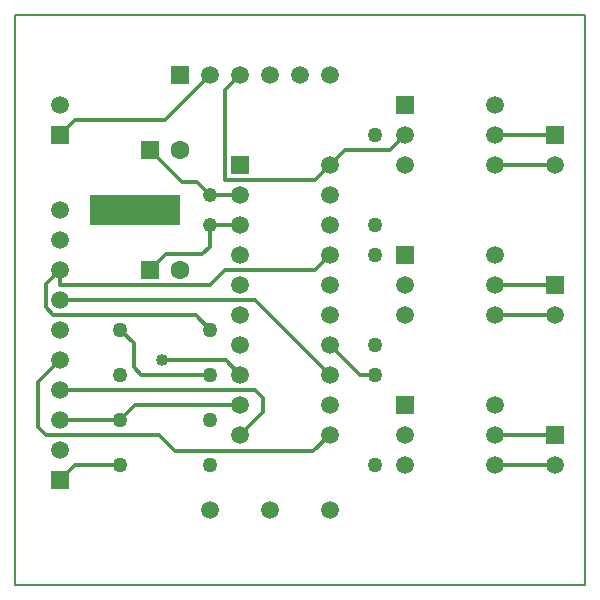
<source format=gtl>
G04 DipTrace 2.1.9.2*
%INTop.gbr*%
%MOIN*%
%ADD10C,0.0098*%
%ADD11C,0.006*%
%ADD12C,0.003*%
%ADD13C,0.013*%
%ADD14R,0.0591X0.0591*%
%ADD15C,0.0591*%
%ADD16C,0.063*%
%ADD17R,0.063X0.063*%
%ADD18C,0.05*%
%ADD19C,0.05*%
%ADD20C,0.0591*%
%ADD21C,0.048*%
%ADD22C,0.04*%
%ADD23C,0.0191*%
%ADD24C,0.118*%
%ADD25C,0.0354*%
%ADD26C,0.0394*%
%ADD27C,0.022*%
%ADD28C,0.032*%
%ADD29C,0.008*%
%ADD30C,0.048*%
%ADD31C,0.056*%
%ADD32C,0.04*%
%ADD33C,0.0671*%
%ADD34C,0.0511*%
%ADD35C,0.058*%
%ADD36C,0.042*%
%ADD37C,0.058*%
%ADD38C,0.042*%
%ADD39R,0.071X0.071*%
%ADD40R,0.055X0.055*%
%ADD41C,0.071*%
%ADD42C,0.055*%
%ADD43C,0.0671*%
%ADD44C,0.0511*%
%ADD45R,0.0671X0.0671*%
%ADD46R,0.0511X0.0511*%
%ADD47C,0.0077*%
%ADD48C,0.0124*%
%ADD49C,0.0093*%
%FSLAX44Y44*%
%SFA1B1*%
%OFA0B0*%
G04*
G70*
G90*
G75*
G01*
%LNTop*%
%LPD*%
X11440Y16940D2*
D13*
X10440D1*
X10005Y17375D1*
X9505D1*
X8440Y18440D1*
X11440Y15940D2*
X10440D1*
Y15210D1*
X10180Y14950D1*
X8950D1*
X8440Y14440D1*
X11440Y20940D2*
X10930Y20430D1*
Y17430D1*
X13922D1*
X14432Y17940D1*
X14922Y18430D1*
X16430D1*
X16940Y18940D1*
X14432Y11940D2*
X15432Y10940D1*
X15940D1*
X5440Y7440D2*
X5940Y7940D1*
X7440D1*
X5440Y18940D2*
X5930Y19430D1*
X8930D1*
X10440Y20940D1*
Y10940D2*
X8145D1*
X7885Y11200D1*
Y11995D1*
X7440Y12440D1*
X19940Y17940D2*
X21940D1*
X19940Y18940D2*
X21242D1*
X21940D1*
X19940Y12940D2*
X21940D1*
X19940Y13940D2*
X21320D1*
X21940D1*
X19940Y7940D2*
X21940D1*
X19940Y8940D2*
X21190D1*
X21940D1*
X10440Y12440D2*
X9950Y12930D1*
X5210D1*
X4950Y13190D1*
Y13950D1*
X5440Y14440D1*
Y13930D1*
X10440D1*
X10940Y14430D1*
X13922D1*
X14432Y14940D1*
Y10940D2*
X11932Y13440D1*
X5440D1*
Y11440D2*
X4690Y10690D1*
Y9190D1*
X4950Y8930D1*
X8717D1*
X9262Y8385D1*
X13877D1*
X14432Y8940D1*
X5440Y10440D2*
X11930D1*
X12190Y10180D1*
Y9690D1*
X11440Y8940D1*
X5440Y9440D2*
X7440D1*
X7940Y9940D1*
X11440D1*
X8837Y11430D2*
X10950D1*
X11440Y10940D1*
D22*
X8837Y11430D3*
D14*
X5440Y18940D3*
D15*
Y19940D3*
D16*
X9440Y14440D3*
D17*
X8440D3*
D16*
X9440Y18440D3*
D17*
X8440D3*
D18*
X15940Y18940D3*
D19*
Y15940D3*
D18*
Y11940D3*
D19*
Y14940D3*
D18*
Y7940D3*
D19*
Y10940D3*
D18*
X7440Y7940D3*
D19*
X10440D3*
D18*
Y10940D3*
D19*
X7440D3*
D18*
X10440Y9440D3*
D19*
X7440D3*
D18*
Y12440D3*
D19*
X10440D3*
D20*
Y6440D3*
X12440D3*
X14440D3*
D14*
X11440Y17940D3*
D15*
Y16940D3*
Y15940D3*
Y14940D3*
Y13940D3*
Y12940D3*
Y11940D3*
Y10940D3*
Y9940D3*
Y8940D3*
X14432Y17940D3*
Y16940D3*
Y15940D3*
Y14940D3*
Y13940D3*
Y12940D3*
Y11940D3*
Y10940D3*
Y9940D3*
Y8940D3*
D14*
X9440Y20940D3*
D15*
X10440D3*
X11440D3*
X12440D3*
X13440D3*
X14440D3*
D14*
X21940Y18940D3*
D15*
Y17940D3*
D14*
Y13940D3*
D15*
Y12940D3*
D14*
Y8940D3*
D15*
Y7940D3*
D14*
X5440Y7440D3*
D15*
Y8440D3*
Y9440D3*
Y10440D3*
Y11440D3*
Y12440D3*
Y13440D3*
Y14440D3*
Y15440D3*
Y16440D3*
D14*
X16940Y19940D3*
D15*
Y18940D3*
Y17940D3*
X19940D3*
Y18940D3*
Y19940D3*
D14*
X16940Y14940D3*
D15*
Y13940D3*
Y12940D3*
X19940D3*
Y13940D3*
Y14940D3*
D14*
X16940Y9940D3*
D15*
Y8940D3*
Y7940D3*
X19940D3*
Y8940D3*
Y9940D3*
D21*
X10440Y15940D3*
Y16940D3*
G36*
X6440D2*
X9440D1*
Y15940D1*
X6440D1*
Y16940D1*
G37*
%LNBoardOutline*%
X3940Y22940D2*
D11*
X22940D1*
Y22440D1*
Y22940D1*
Y3940D1*
X3940D1*
Y22940D1*
M02*

</source>
